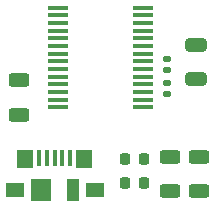
<source format=gtp>
G04 #@! TF.GenerationSoftware,KiCad,Pcbnew,8.0.4*
G04 #@! TF.CreationDate,2024-11-22T23:05:38-05:00*
G04 #@! TF.ProjectId,usb_to_uart_ft232rl,7573625f-746f-45f7-9561-72745f667432,rev?*
G04 #@! TF.SameCoordinates,Original*
G04 #@! TF.FileFunction,Paste,Top*
G04 #@! TF.FilePolarity,Positive*
%FSLAX46Y46*%
G04 Gerber Fmt 4.6, Leading zero omitted, Abs format (unit mm)*
G04 Created by KiCad (PCBNEW 8.0.4) date 2024-11-22 23:05:38*
%MOMM*%
%LPD*%
G01*
G04 APERTURE LIST*
G04 Aperture macros list*
%AMRoundRect*
0 Rectangle with rounded corners*
0 $1 Rounding radius*
0 $2 $3 $4 $5 $6 $7 $8 $9 X,Y pos of 4 corners*
0 Add a 4 corners polygon primitive as box body*
4,1,4,$2,$3,$4,$5,$6,$7,$8,$9,$2,$3,0*
0 Add four circle primitives for the rounded corners*
1,1,$1+$1,$2,$3*
1,1,$1+$1,$4,$5*
1,1,$1+$1,$6,$7*
1,1,$1+$1,$8,$9*
0 Add four rect primitives between the rounded corners*
20,1,$1+$1,$2,$3,$4,$5,0*
20,1,$1+$1,$4,$5,$6,$7,0*
20,1,$1+$1,$6,$7,$8,$9,0*
20,1,$1+$1,$8,$9,$2,$3,0*%
G04 Aperture macros list end*
%ADD10RoundRect,0.218750X0.218750X0.256250X-0.218750X0.256250X-0.218750X-0.256250X0.218750X-0.256250X0*%
%ADD11R,0.450000X1.380000*%
%ADD12R,1.650000X1.300000*%
%ADD13R,1.425000X1.550000*%
%ADD14R,1.800000X1.900000*%
%ADD15R,1.000000X1.900000*%
%ADD16RoundRect,0.140000X-0.170000X0.140000X-0.170000X-0.140000X0.170000X-0.140000X0.170000X0.140000X0*%
%ADD17RoundRect,0.250000X0.625000X-0.312500X0.625000X0.312500X-0.625000X0.312500X-0.625000X-0.312500X0*%
%ADD18RoundRect,0.250000X0.650000X-0.325000X0.650000X0.325000X-0.650000X0.325000X-0.650000X-0.325000X0*%
%ADD19RoundRect,0.140000X0.170000X-0.140000X0.170000X0.140000X-0.170000X0.140000X-0.170000X-0.140000X0*%
%ADD20R,1.750000X0.450000*%
G04 APERTURE END LIST*
D10*
X111537500Y-65250000D03*
X109962500Y-65250000D03*
D11*
X102712500Y-63165000D03*
X103362500Y-63165000D03*
X104012500Y-63165000D03*
X104662500Y-63165000D03*
X105312500Y-63165000D03*
D12*
X100637500Y-65825000D03*
D13*
X101525000Y-63250000D03*
D14*
X102862500Y-65825000D03*
D15*
X105562500Y-65825000D03*
D13*
X106500000Y-63250000D03*
D12*
X107387500Y-65825000D03*
D16*
X113500000Y-56770000D03*
X113500000Y-57730000D03*
D10*
X109962500Y-63250000D03*
X111537500Y-63250000D03*
D17*
X101000000Y-59462500D03*
X101000000Y-56537500D03*
X113750000Y-65962500D03*
X113750000Y-63037500D03*
X116250000Y-65962500D03*
X116250000Y-63037500D03*
D18*
X116000000Y-56475000D03*
X116000000Y-53525000D03*
D19*
X113500000Y-55710000D03*
X113500000Y-54750000D03*
D20*
X104250000Y-50400000D03*
X104250000Y-51050000D03*
X104250000Y-51700000D03*
X104250000Y-52350000D03*
X104250000Y-53000000D03*
X104250000Y-53650000D03*
X104250000Y-54300000D03*
X104250000Y-54950000D03*
X104250000Y-55600000D03*
X104250000Y-56250000D03*
X104250000Y-56900000D03*
X104250000Y-57550000D03*
X104250000Y-58200000D03*
X104250000Y-58850000D03*
X111450000Y-58850000D03*
X111450000Y-58200000D03*
X111450000Y-57550000D03*
X111450000Y-56900000D03*
X111450000Y-56250000D03*
X111450000Y-55600000D03*
X111450000Y-54950000D03*
X111450000Y-54300000D03*
X111450000Y-53650000D03*
X111450000Y-53000000D03*
X111450000Y-52350000D03*
X111450000Y-51700000D03*
X111450000Y-51050000D03*
X111450000Y-50400000D03*
M02*

</source>
